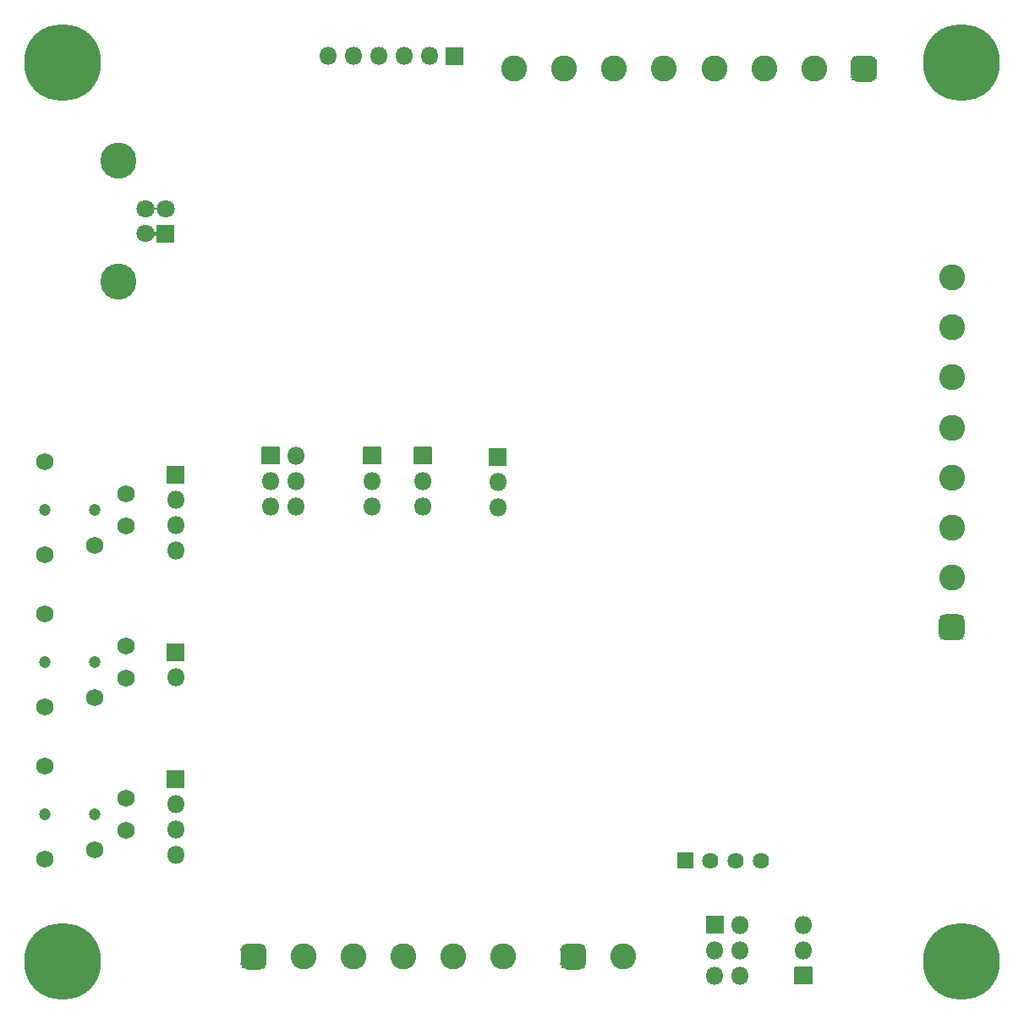
<source format=gbr>
G04 #@! TF.GenerationSoftware,KiCad,Pcbnew,5.1.8*
G04 #@! TF.CreationDate,2020-11-23T23:25:56+02:00*
G04 #@! TF.ProjectId,catahack,63617461-6861-4636-9b2e-6b696361645f,0*
G04 #@! TF.SameCoordinates,Original*
G04 #@! TF.FileFunction,Soldermask,Bot*
G04 #@! TF.FilePolarity,Negative*
%FSLAX46Y46*%
G04 Gerber Fmt 4.6, Leading zero omitted, Abs format (unit mm)*
G04 Created by KiCad (PCBNEW 5.1.8) date 2020-11-23 23:25:56*
%MOMM*%
%LPD*%
G01*
G04 APERTURE LIST*
%ADD10C,2.602000*%
%ADD11C,7.702000*%
%ADD12O,1.802000X1.802000*%
%ADD13C,1.626000*%
%ADD14C,1.202000*%
%ADD15C,1.752000*%
%ADD16C,1.802000*%
%ADD17C,3.602000*%
%ADD18C,0.100000*%
G04 APERTURE END LIST*
G36*
G01*
X47794000Y-130190500D02*
X47794000Y-128889500D01*
G75*
G02*
X48444500Y-128239000I650500J0D01*
G01*
X49745500Y-128239000D01*
G75*
G02*
X50396000Y-128889500I0J-650500D01*
G01*
X50396000Y-130190500D01*
G75*
G02*
X49745500Y-130841000I-650500J0D01*
G01*
X48444500Y-130841000D01*
G75*
G02*
X47794000Y-130190500I0J650500D01*
G01*
G37*
D10*
X54095000Y-129540000D03*
X59095000Y-129540000D03*
X64095000Y-129540000D03*
X69095000Y-129540000D03*
X74095000Y-129540000D03*
D11*
X120000000Y-130000000D03*
X120000000Y-40000000D03*
X30000000Y-130000000D03*
X30000000Y-40000000D03*
G36*
G01*
X49899000Y-80225000D02*
X49899000Y-78525000D01*
G75*
G02*
X49950000Y-78474000I51000J0D01*
G01*
X51650000Y-78474000D01*
G75*
G02*
X51701000Y-78525000I0J-51000D01*
G01*
X51701000Y-80225000D01*
G75*
G02*
X51650000Y-80276000I-51000J0D01*
G01*
X49950000Y-80276000D01*
G75*
G02*
X49899000Y-80225000I0J51000D01*
G01*
G37*
D12*
X53340000Y-79375000D03*
X50800000Y-81915000D03*
X53340000Y-81915000D03*
X50800000Y-84455000D03*
X53340000Y-84455000D03*
G36*
G01*
X91502000Y-120687000D02*
X91502000Y-119163000D01*
G75*
G02*
X91553000Y-119112000I51000J0D01*
G01*
X93077000Y-119112000D01*
G75*
G02*
X93128000Y-119163000I0J-51000D01*
G01*
X93128000Y-120687000D01*
G75*
G02*
X93077000Y-120738000I-51000J0D01*
G01*
X91553000Y-120738000D01*
G75*
G02*
X91502000Y-120687000I0J51000D01*
G01*
G37*
D13*
X94855000Y-119925000D03*
X97395000Y-119925000D03*
X99935000Y-119925000D03*
G36*
G01*
X65139000Y-80225000D02*
X65139000Y-78525000D01*
G75*
G02*
X65190000Y-78474000I51000J0D01*
G01*
X66890000Y-78474000D01*
G75*
G02*
X66941000Y-78525000I0J-51000D01*
G01*
X66941000Y-80225000D01*
G75*
G02*
X66890000Y-80276000I-51000J0D01*
G01*
X65190000Y-80276000D01*
G75*
G02*
X65139000Y-80225000I0J51000D01*
G01*
G37*
D12*
X66040000Y-81915000D03*
X66040000Y-84455000D03*
X41275000Y-101600000D03*
G36*
G01*
X40374000Y-99910000D02*
X40374000Y-98210000D01*
G75*
G02*
X40425000Y-98159000I51000J0D01*
G01*
X42125000Y-98159000D01*
G75*
G02*
X42176000Y-98210000I0J-51000D01*
G01*
X42176000Y-99910000D01*
G75*
G02*
X42125000Y-99961000I-51000J0D01*
G01*
X40425000Y-99961000D01*
G75*
G02*
X40374000Y-99910000I0J51000D01*
G01*
G37*
X41275000Y-88900000D03*
X41275000Y-86360000D03*
X41275000Y-83820000D03*
G36*
G01*
X40374000Y-82130000D02*
X40374000Y-80430000D01*
G75*
G02*
X40425000Y-80379000I51000J0D01*
G01*
X42125000Y-80379000D01*
G75*
G02*
X42176000Y-80430000I0J-51000D01*
G01*
X42176000Y-82130000D01*
G75*
G02*
X42125000Y-82181000I-51000J0D01*
G01*
X40425000Y-82181000D01*
G75*
G02*
X40374000Y-82130000I0J51000D01*
G01*
G37*
G36*
G01*
X40374000Y-112610000D02*
X40374000Y-110910000D01*
G75*
G02*
X40425000Y-110859000I51000J0D01*
G01*
X42125000Y-110859000D01*
G75*
G02*
X42176000Y-110910000I0J-51000D01*
G01*
X42176000Y-112610000D01*
G75*
G02*
X42125000Y-112661000I-51000J0D01*
G01*
X40425000Y-112661000D01*
G75*
G02*
X40374000Y-112610000I0J51000D01*
G01*
G37*
X41275000Y-114300000D03*
X41275000Y-116840000D03*
X41275000Y-119380000D03*
G36*
G01*
X79799000Y-130190500D02*
X79799000Y-128889500D01*
G75*
G02*
X80449500Y-128239000I650500J0D01*
G01*
X81750500Y-128239000D01*
G75*
G02*
X82401000Y-128889500I0J-650500D01*
G01*
X82401000Y-130190500D01*
G75*
G02*
X81750500Y-130841000I-650500J0D01*
G01*
X80449500Y-130841000D01*
G75*
G02*
X79799000Y-130190500I0J650500D01*
G01*
G37*
D10*
X86100000Y-129540000D03*
D12*
X73533000Y-84582000D03*
X73533000Y-82042000D03*
G36*
G01*
X72632000Y-80352000D02*
X72632000Y-78652000D01*
G75*
G02*
X72683000Y-78601000I51000J0D01*
G01*
X74383000Y-78601000D01*
G75*
G02*
X74434000Y-78652000I0J-51000D01*
G01*
X74434000Y-80352000D01*
G75*
G02*
X74383000Y-80403000I-51000J0D01*
G01*
X72683000Y-80403000D01*
G75*
G02*
X72632000Y-80352000I0J51000D01*
G01*
G37*
G36*
G01*
X68365000Y-38469000D02*
X70065000Y-38469000D01*
G75*
G02*
X70116000Y-38520000I0J-51000D01*
G01*
X70116000Y-40220000D01*
G75*
G02*
X70065000Y-40271000I-51000J0D01*
G01*
X68365000Y-40271000D01*
G75*
G02*
X68314000Y-40220000I0J51000D01*
G01*
X68314000Y-38520000D01*
G75*
G02*
X68365000Y-38469000I51000J0D01*
G01*
G37*
X66675000Y-39370000D03*
X64135000Y-39370000D03*
X61595000Y-39370000D03*
X59055000Y-39370000D03*
X56515000Y-39370000D03*
G36*
G01*
X105041000Y-130595000D02*
X105041000Y-132295000D01*
G75*
G02*
X104990000Y-132346000I-51000J0D01*
G01*
X103290000Y-132346000D01*
G75*
G02*
X103239000Y-132295000I0J51000D01*
G01*
X103239000Y-130595000D01*
G75*
G02*
X103290000Y-130544000I51000J0D01*
G01*
X104990000Y-130544000D01*
G75*
G02*
X105041000Y-130595000I0J-51000D01*
G01*
G37*
X104140000Y-128905000D03*
X104140000Y-126365000D03*
D10*
X75210000Y-40640000D03*
X80210000Y-40640000D03*
X85210000Y-40640000D03*
X90210000Y-40640000D03*
X95210000Y-40640000D03*
X100210000Y-40640000D03*
X105210000Y-40640000D03*
G36*
G01*
X111511000Y-39989500D02*
X111511000Y-41290500D01*
G75*
G02*
X110860500Y-41941000I-650500J0D01*
G01*
X109559500Y-41941000D01*
G75*
G02*
X108909000Y-41290500I0J650500D01*
G01*
X108909000Y-39989500D01*
G75*
G02*
X109559500Y-39339000I650500J0D01*
G01*
X110860500Y-39339000D01*
G75*
G02*
X111511000Y-39989500I0J-650500D01*
G01*
G37*
G36*
G01*
X119650500Y-97866000D02*
X118349500Y-97866000D01*
G75*
G02*
X117699000Y-97215500I0J650500D01*
G01*
X117699000Y-95914500D01*
G75*
G02*
X118349500Y-95264000I650500J0D01*
G01*
X119650500Y-95264000D01*
G75*
G02*
X120301000Y-95914500I0J-650500D01*
G01*
X120301000Y-97215500D01*
G75*
G02*
X119650500Y-97866000I-650500J0D01*
G01*
G37*
X119000000Y-91565000D03*
X119000000Y-86565000D03*
X119000000Y-81565000D03*
X119000000Y-76565000D03*
X119000000Y-71565000D03*
X119000000Y-66565000D03*
X119000000Y-61565000D03*
D12*
X97820000Y-131445000D03*
X95280000Y-131445000D03*
X97820000Y-128905000D03*
X95280000Y-128905000D03*
X97820000Y-126365000D03*
G36*
G01*
X94379000Y-127215000D02*
X94379000Y-125515000D01*
G75*
G02*
X94430000Y-125464000I51000J0D01*
G01*
X96130000Y-125464000D01*
G75*
G02*
X96181000Y-125515000I0J-51000D01*
G01*
X96181000Y-127215000D01*
G75*
G02*
X96130000Y-127266000I-51000J0D01*
G01*
X94430000Y-127266000D01*
G75*
G02*
X94379000Y-127215000I0J51000D01*
G01*
G37*
D14*
X33194000Y-84810000D03*
X28194000Y-84810000D03*
D15*
X36294000Y-86410000D03*
X28194000Y-89310000D03*
X36294000Y-83210000D03*
X33194000Y-88410000D03*
X28194000Y-80010000D03*
D14*
X33194000Y-100050000D03*
X28194000Y-100050000D03*
D15*
X36294000Y-101650000D03*
X28194000Y-104550000D03*
X36294000Y-98450000D03*
X33194000Y-103650000D03*
X28194000Y-95250000D03*
D14*
X33194000Y-115290000D03*
X28194000Y-115290000D03*
D15*
X36294000Y-116890000D03*
X28194000Y-119790000D03*
X36294000Y-113690000D03*
X33194000Y-118890000D03*
X28194000Y-110490000D03*
G36*
G01*
X41160000Y-56300000D02*
X41160000Y-58000000D01*
G75*
G02*
X41109000Y-58051000I-51000J0D01*
G01*
X39409000Y-58051000D01*
G75*
G02*
X39358000Y-58000000I0J51000D01*
G01*
X39358000Y-56300000D01*
G75*
G02*
X39409000Y-56249000I51000J0D01*
G01*
X41109000Y-56249000D01*
G75*
G02*
X41160000Y-56300000I0J-51000D01*
G01*
G37*
D16*
X40259000Y-54650000D03*
X38259000Y-54650000D03*
X38259000Y-57150000D03*
D17*
X35549000Y-61920000D03*
X35549000Y-49880000D03*
G36*
G01*
X60059000Y-80225000D02*
X60059000Y-78525000D01*
G75*
G02*
X60110000Y-78474000I51000J0D01*
G01*
X61810000Y-78474000D01*
G75*
G02*
X61861000Y-78525000I0J-51000D01*
G01*
X61861000Y-80225000D01*
G75*
G02*
X61810000Y-80276000I-51000J0D01*
G01*
X60110000Y-80276000D01*
G75*
G02*
X60059000Y-80225000I0J51000D01*
G01*
G37*
D12*
X60960000Y-81915000D03*
X60960000Y-84455000D03*
D18*
G36*
X82402165Y-130188874D02*
G01*
X82403000Y-130190500D01*
X82403000Y-130246860D01*
X82402990Y-130247056D01*
X82391099Y-130367789D01*
X82391023Y-130368174D01*
X82357595Y-130478370D01*
X82357445Y-130478732D01*
X82303166Y-130580281D01*
X82302948Y-130580607D01*
X82229897Y-130669620D01*
X82229620Y-130669897D01*
X82140607Y-130742948D01*
X82140281Y-130743166D01*
X82038732Y-130797445D01*
X82038370Y-130797595D01*
X81928174Y-130831023D01*
X81927789Y-130831099D01*
X81807056Y-130842990D01*
X81806860Y-130843000D01*
X81750500Y-130843000D01*
X81748768Y-130842000D01*
X81748768Y-130840000D01*
X81750304Y-130839010D01*
X81877011Y-130826531D01*
X81998667Y-130789627D01*
X82110782Y-130729700D01*
X82209052Y-130649052D01*
X82289700Y-130550782D01*
X82349627Y-130438667D01*
X82386531Y-130317011D01*
X82399010Y-130190304D01*
X82400175Y-130188678D01*
X82402165Y-130188874D01*
G37*
G36*
X79800990Y-130190304D02*
G01*
X79813469Y-130317011D01*
X79850373Y-130438667D01*
X79910300Y-130550782D01*
X79990948Y-130649052D01*
X80089218Y-130729700D01*
X80201333Y-130789627D01*
X80322989Y-130826531D01*
X80449696Y-130839010D01*
X80451322Y-130840175D01*
X80451126Y-130842165D01*
X80449500Y-130843000D01*
X80393140Y-130843000D01*
X80392944Y-130842990D01*
X80272211Y-130831099D01*
X80271826Y-130831023D01*
X80161630Y-130797595D01*
X80161268Y-130797445D01*
X80059719Y-130743166D01*
X80059393Y-130742948D01*
X79970380Y-130669897D01*
X79970103Y-130669620D01*
X79897052Y-130580607D01*
X79896834Y-130580281D01*
X79842555Y-130478732D01*
X79842405Y-130478370D01*
X79808977Y-130368174D01*
X79808901Y-130367789D01*
X79797010Y-130247056D01*
X79797000Y-130246860D01*
X79797000Y-130190500D01*
X79798000Y-130188768D01*
X79800000Y-130188768D01*
X79800990Y-130190304D01*
G37*
G36*
X47795990Y-130190304D02*
G01*
X47808469Y-130317011D01*
X47845373Y-130438667D01*
X47905300Y-130550782D01*
X47985948Y-130649052D01*
X48084218Y-130729700D01*
X48196333Y-130789627D01*
X48317989Y-130826531D01*
X48444696Y-130839010D01*
X48446322Y-130840175D01*
X48446126Y-130842165D01*
X48444500Y-130843000D01*
X48388140Y-130843000D01*
X48387944Y-130842990D01*
X48267211Y-130831099D01*
X48266826Y-130831023D01*
X48156630Y-130797595D01*
X48156268Y-130797445D01*
X48054719Y-130743166D01*
X48054393Y-130742948D01*
X47965380Y-130669897D01*
X47965103Y-130669620D01*
X47892052Y-130580607D01*
X47891834Y-130580281D01*
X47837555Y-130478732D01*
X47837405Y-130478370D01*
X47803977Y-130368174D01*
X47803901Y-130367789D01*
X47792010Y-130247056D01*
X47792000Y-130246860D01*
X47792000Y-130190500D01*
X47793000Y-130188768D01*
X47795000Y-130188768D01*
X47795990Y-130190304D01*
G37*
G36*
X50397165Y-130188874D02*
G01*
X50398000Y-130190500D01*
X50398000Y-130246860D01*
X50397990Y-130247056D01*
X50386099Y-130367789D01*
X50386023Y-130368174D01*
X50352595Y-130478370D01*
X50352445Y-130478732D01*
X50298166Y-130580281D01*
X50297948Y-130580607D01*
X50224897Y-130669620D01*
X50224620Y-130669897D01*
X50135607Y-130742948D01*
X50135281Y-130743166D01*
X50033732Y-130797445D01*
X50033370Y-130797595D01*
X49923174Y-130831023D01*
X49922789Y-130831099D01*
X49802056Y-130842990D01*
X49801860Y-130843000D01*
X49745500Y-130843000D01*
X49743768Y-130842000D01*
X49743768Y-130840000D01*
X49745304Y-130839010D01*
X49872011Y-130826531D01*
X49993667Y-130789627D01*
X50105782Y-130729700D01*
X50204052Y-130649052D01*
X50284700Y-130550782D01*
X50344627Y-130438667D01*
X50381531Y-130317011D01*
X50394010Y-130190304D01*
X50395175Y-130188678D01*
X50397165Y-130188874D01*
G37*
G36*
X48446232Y-128238000D02*
G01*
X48446232Y-128240000D01*
X48444696Y-128240990D01*
X48317989Y-128253469D01*
X48196333Y-128290373D01*
X48084218Y-128350300D01*
X47985948Y-128430948D01*
X47905300Y-128529218D01*
X47845373Y-128641333D01*
X47808469Y-128762989D01*
X47795990Y-128889696D01*
X47794825Y-128891322D01*
X47792835Y-128891126D01*
X47792000Y-128889500D01*
X47792000Y-128833140D01*
X47792010Y-128832944D01*
X47803901Y-128712211D01*
X47803977Y-128711826D01*
X47837405Y-128601630D01*
X47837555Y-128601268D01*
X47891834Y-128499719D01*
X47892052Y-128499393D01*
X47965103Y-128410380D01*
X47965380Y-128410103D01*
X48054393Y-128337052D01*
X48054719Y-128336834D01*
X48156268Y-128282555D01*
X48156630Y-128282405D01*
X48266826Y-128248977D01*
X48267211Y-128248901D01*
X48387944Y-128237010D01*
X48388140Y-128237000D01*
X48444500Y-128237000D01*
X48446232Y-128238000D01*
G37*
G36*
X80451232Y-128238000D02*
G01*
X80451232Y-128240000D01*
X80449696Y-128240990D01*
X80322989Y-128253469D01*
X80201333Y-128290373D01*
X80089218Y-128350300D01*
X79990948Y-128430948D01*
X79910300Y-128529218D01*
X79850373Y-128641333D01*
X79813469Y-128762989D01*
X79800990Y-128889696D01*
X79799825Y-128891322D01*
X79797835Y-128891126D01*
X79797000Y-128889500D01*
X79797000Y-128833140D01*
X79797010Y-128832944D01*
X79808901Y-128712211D01*
X79808977Y-128711826D01*
X79842405Y-128601630D01*
X79842555Y-128601268D01*
X79896834Y-128499719D01*
X79897052Y-128499393D01*
X79970103Y-128410380D01*
X79970380Y-128410103D01*
X80059393Y-128337052D01*
X80059719Y-128336834D01*
X80161268Y-128282555D01*
X80161630Y-128282405D01*
X80271826Y-128248977D01*
X80272211Y-128248901D01*
X80392944Y-128237010D01*
X80393140Y-128237000D01*
X80449500Y-128237000D01*
X80451232Y-128238000D01*
G37*
G36*
X81807056Y-128237010D02*
G01*
X81927789Y-128248901D01*
X81928174Y-128248977D01*
X82038370Y-128282405D01*
X82038732Y-128282555D01*
X82140281Y-128336834D01*
X82140607Y-128337052D01*
X82229620Y-128410103D01*
X82229897Y-128410380D01*
X82302948Y-128499393D01*
X82303166Y-128499719D01*
X82357445Y-128601268D01*
X82357595Y-128601630D01*
X82391023Y-128711826D01*
X82391099Y-128712211D01*
X82402990Y-128832944D01*
X82403000Y-128833140D01*
X82403000Y-128889500D01*
X82402000Y-128891232D01*
X82400000Y-128891232D01*
X82399010Y-128889696D01*
X82386531Y-128762989D01*
X82349627Y-128641333D01*
X82289700Y-128529218D01*
X82209052Y-128430948D01*
X82110782Y-128350300D01*
X81998667Y-128290373D01*
X81877011Y-128253469D01*
X81750304Y-128240990D01*
X81748678Y-128239825D01*
X81748874Y-128237835D01*
X81750500Y-128237000D01*
X81806860Y-128237000D01*
X81807056Y-128237010D01*
G37*
G36*
X49802056Y-128237010D02*
G01*
X49922789Y-128248901D01*
X49923174Y-128248977D01*
X50033370Y-128282405D01*
X50033732Y-128282555D01*
X50135281Y-128336834D01*
X50135607Y-128337052D01*
X50224620Y-128410103D01*
X50224897Y-128410380D01*
X50297948Y-128499393D01*
X50298166Y-128499719D01*
X50352445Y-128601268D01*
X50352595Y-128601630D01*
X50386023Y-128711826D01*
X50386099Y-128712211D01*
X50397990Y-128832944D01*
X50398000Y-128833140D01*
X50398000Y-128889500D01*
X50397000Y-128891232D01*
X50395000Y-128891232D01*
X50394010Y-128889696D01*
X50381531Y-128762989D01*
X50344627Y-128641333D01*
X50284700Y-128529218D01*
X50204052Y-128430948D01*
X50105782Y-128350300D01*
X49993667Y-128290373D01*
X49872011Y-128253469D01*
X49745304Y-128240990D01*
X49743678Y-128239825D01*
X49743874Y-128237835D01*
X49745500Y-128237000D01*
X49801860Y-128237000D01*
X49802056Y-128237010D01*
G37*
G36*
X120302165Y-97213874D02*
G01*
X120303000Y-97215500D01*
X120303000Y-97271860D01*
X120302990Y-97272056D01*
X120291099Y-97392789D01*
X120291023Y-97393174D01*
X120257595Y-97503370D01*
X120257445Y-97503732D01*
X120203166Y-97605281D01*
X120202948Y-97605607D01*
X120129897Y-97694620D01*
X120129620Y-97694897D01*
X120040607Y-97767948D01*
X120040281Y-97768166D01*
X119938732Y-97822445D01*
X119938370Y-97822595D01*
X119828174Y-97856023D01*
X119827789Y-97856099D01*
X119707056Y-97867990D01*
X119706860Y-97868000D01*
X119650500Y-97868000D01*
X119648768Y-97867000D01*
X119648768Y-97865000D01*
X119650304Y-97864010D01*
X119777011Y-97851531D01*
X119898667Y-97814627D01*
X120010782Y-97754700D01*
X120109052Y-97674052D01*
X120189700Y-97575782D01*
X120249627Y-97463667D01*
X120286531Y-97342011D01*
X120299010Y-97215304D01*
X120300175Y-97213678D01*
X120302165Y-97213874D01*
G37*
G36*
X117700990Y-97215304D02*
G01*
X117713469Y-97342011D01*
X117750373Y-97463667D01*
X117810300Y-97575782D01*
X117890948Y-97674052D01*
X117989218Y-97754700D01*
X118101333Y-97814627D01*
X118222989Y-97851531D01*
X118349696Y-97864010D01*
X118351322Y-97865175D01*
X118351126Y-97867165D01*
X118349500Y-97868000D01*
X118293140Y-97868000D01*
X118292944Y-97867990D01*
X118172211Y-97856099D01*
X118171826Y-97856023D01*
X118061630Y-97822595D01*
X118061268Y-97822445D01*
X117959719Y-97768166D01*
X117959393Y-97767948D01*
X117870380Y-97694897D01*
X117870103Y-97694620D01*
X117797052Y-97605607D01*
X117796834Y-97605281D01*
X117742555Y-97503732D01*
X117742405Y-97503370D01*
X117708977Y-97393174D01*
X117708901Y-97392789D01*
X117697010Y-97272056D01*
X117697000Y-97271860D01*
X117697000Y-97215500D01*
X117698000Y-97213768D01*
X117700000Y-97213768D01*
X117700990Y-97215304D01*
G37*
G36*
X118351232Y-95263000D02*
G01*
X118351232Y-95265000D01*
X118349696Y-95265990D01*
X118222989Y-95278469D01*
X118101333Y-95315373D01*
X117989218Y-95375300D01*
X117890948Y-95455948D01*
X117810300Y-95554218D01*
X117750373Y-95666333D01*
X117713469Y-95787989D01*
X117700990Y-95914696D01*
X117699825Y-95916322D01*
X117697835Y-95916126D01*
X117697000Y-95914500D01*
X117697000Y-95858140D01*
X117697010Y-95857944D01*
X117708901Y-95737211D01*
X117708977Y-95736826D01*
X117742405Y-95626630D01*
X117742555Y-95626268D01*
X117796834Y-95524719D01*
X117797052Y-95524393D01*
X117870103Y-95435380D01*
X117870380Y-95435103D01*
X117959393Y-95362052D01*
X117959719Y-95361834D01*
X118061268Y-95307555D01*
X118061630Y-95307405D01*
X118171826Y-95273977D01*
X118172211Y-95273901D01*
X118292944Y-95262010D01*
X118293140Y-95262000D01*
X118349500Y-95262000D01*
X118351232Y-95263000D01*
G37*
G36*
X119707056Y-95262010D02*
G01*
X119827789Y-95273901D01*
X119828174Y-95273977D01*
X119938370Y-95307405D01*
X119938732Y-95307555D01*
X120040281Y-95361834D01*
X120040607Y-95362052D01*
X120129620Y-95435103D01*
X120129897Y-95435380D01*
X120202948Y-95524393D01*
X120203166Y-95524719D01*
X120257445Y-95626268D01*
X120257595Y-95626630D01*
X120291023Y-95736826D01*
X120291099Y-95737211D01*
X120302990Y-95857944D01*
X120303000Y-95858140D01*
X120303000Y-95914500D01*
X120302000Y-95916232D01*
X120300000Y-95916232D01*
X120299010Y-95914696D01*
X120286531Y-95787989D01*
X120249627Y-95666333D01*
X120189700Y-95554218D01*
X120109052Y-95455948D01*
X120010782Y-95375300D01*
X119898667Y-95315373D01*
X119777011Y-95278469D01*
X119650304Y-95265990D01*
X119648678Y-95264825D01*
X119648874Y-95262835D01*
X119650500Y-95262000D01*
X119706860Y-95262000D01*
X119707056Y-95262010D01*
G37*
G36*
X39359165Y-56831665D02*
G01*
X39360000Y-56833291D01*
X39360000Y-57466709D01*
X39359000Y-57468441D01*
X39357000Y-57468441D01*
X39356010Y-57466905D01*
X39353628Y-57442718D01*
X39346628Y-57419643D01*
X39335263Y-57398379D01*
X39319968Y-57379742D01*
X39301331Y-57364447D01*
X39280067Y-57353082D01*
X39256992Y-57346082D01*
X39233001Y-57343719D01*
X39209010Y-57346082D01*
X39185935Y-57353082D01*
X39164671Y-57364447D01*
X39146034Y-57379742D01*
X39130739Y-57398379D01*
X39122172Y-57414408D01*
X39120473Y-57415464D01*
X39118710Y-57414521D01*
X39118560Y-57412700D01*
X39119279Y-57410964D01*
X39153661Y-57238114D01*
X39153661Y-57061886D01*
X39119279Y-56889036D01*
X39118560Y-56887300D01*
X39118821Y-56885318D01*
X39120669Y-56884552D01*
X39122172Y-56885592D01*
X39130739Y-56901621D01*
X39146035Y-56920258D01*
X39164672Y-56935553D01*
X39185935Y-56946918D01*
X39209010Y-56953918D01*
X39233001Y-56956281D01*
X39256992Y-56953918D01*
X39280067Y-56946918D01*
X39301331Y-56935553D01*
X39319968Y-56920257D01*
X39335263Y-56901620D01*
X39346628Y-56880357D01*
X39353628Y-56857282D01*
X39356010Y-56833095D01*
X39357175Y-56831469D01*
X39359165Y-56831665D01*
G37*
G36*
X39381277Y-54472453D02*
G01*
X39381779Y-54474210D01*
X39364339Y-54561886D01*
X39364339Y-54738114D01*
X39381779Y-54825790D01*
X39381136Y-54827684D01*
X39379174Y-54828074D01*
X39377903Y-54826761D01*
X39372627Y-54809369D01*
X39361262Y-54788105D01*
X39345967Y-54769468D01*
X39327330Y-54754173D01*
X39306066Y-54742808D01*
X39282991Y-54735808D01*
X39259000Y-54733445D01*
X39235009Y-54735808D01*
X39211934Y-54742808D01*
X39190670Y-54754173D01*
X39172033Y-54769468D01*
X39156738Y-54788105D01*
X39145373Y-54809369D01*
X39140097Y-54826761D01*
X39138637Y-54828128D01*
X39136723Y-54827547D01*
X39136221Y-54825790D01*
X39153661Y-54738114D01*
X39153661Y-54561886D01*
X39136221Y-54474210D01*
X39136864Y-54472316D01*
X39138826Y-54471926D01*
X39140097Y-54473239D01*
X39145373Y-54490631D01*
X39156738Y-54511895D01*
X39172033Y-54530532D01*
X39190670Y-54545827D01*
X39211934Y-54557192D01*
X39235009Y-54564192D01*
X39259000Y-54566555D01*
X39282991Y-54564192D01*
X39306066Y-54557192D01*
X39327330Y-54545827D01*
X39345967Y-54530532D01*
X39361262Y-54511895D01*
X39372627Y-54490631D01*
X39377903Y-54473239D01*
X39379363Y-54471872D01*
X39381277Y-54472453D01*
G37*
G36*
X111512165Y-41288874D02*
G01*
X111513000Y-41290500D01*
X111513000Y-41346860D01*
X111512990Y-41347056D01*
X111501099Y-41467789D01*
X111501023Y-41468174D01*
X111467595Y-41578370D01*
X111467445Y-41578732D01*
X111413166Y-41680281D01*
X111412948Y-41680607D01*
X111339897Y-41769620D01*
X111339620Y-41769897D01*
X111250607Y-41842948D01*
X111250281Y-41843166D01*
X111148732Y-41897445D01*
X111148370Y-41897595D01*
X111038174Y-41931023D01*
X111037789Y-41931099D01*
X110917056Y-41942990D01*
X110916860Y-41943000D01*
X110860500Y-41943000D01*
X110858768Y-41942000D01*
X110858768Y-41940000D01*
X110860304Y-41939010D01*
X110987011Y-41926531D01*
X111108667Y-41889627D01*
X111220782Y-41829700D01*
X111319052Y-41749052D01*
X111399700Y-41650782D01*
X111459627Y-41538667D01*
X111496531Y-41417011D01*
X111509010Y-41290304D01*
X111510175Y-41288678D01*
X111512165Y-41288874D01*
G37*
G36*
X108910990Y-41290304D02*
G01*
X108923469Y-41417011D01*
X108960373Y-41538667D01*
X109020300Y-41650782D01*
X109100948Y-41749052D01*
X109199218Y-41829700D01*
X109311333Y-41889627D01*
X109432989Y-41926531D01*
X109559696Y-41939010D01*
X109561322Y-41940175D01*
X109561126Y-41942165D01*
X109559500Y-41943000D01*
X109503140Y-41943000D01*
X109502944Y-41942990D01*
X109382211Y-41931099D01*
X109381826Y-41931023D01*
X109271630Y-41897595D01*
X109271268Y-41897445D01*
X109169719Y-41843166D01*
X109169393Y-41842948D01*
X109080380Y-41769897D01*
X109080103Y-41769620D01*
X109007052Y-41680607D01*
X109006834Y-41680281D01*
X108952555Y-41578732D01*
X108952405Y-41578370D01*
X108918977Y-41468174D01*
X108918901Y-41467789D01*
X108907010Y-41347056D01*
X108907000Y-41346860D01*
X108907000Y-41290500D01*
X108908000Y-41288768D01*
X108910000Y-41288768D01*
X108910990Y-41290304D01*
G37*
G36*
X109561232Y-39338000D02*
G01*
X109561232Y-39340000D01*
X109559696Y-39340990D01*
X109432989Y-39353469D01*
X109311333Y-39390373D01*
X109199218Y-39450300D01*
X109100948Y-39530948D01*
X109020300Y-39629218D01*
X108960373Y-39741333D01*
X108923469Y-39862989D01*
X108910990Y-39989696D01*
X108909825Y-39991322D01*
X108907835Y-39991126D01*
X108907000Y-39989500D01*
X108907000Y-39933140D01*
X108907010Y-39932944D01*
X108918901Y-39812211D01*
X108918977Y-39811826D01*
X108952405Y-39701630D01*
X108952555Y-39701268D01*
X109006834Y-39599719D01*
X109007052Y-39599393D01*
X109080103Y-39510380D01*
X109080380Y-39510103D01*
X109169393Y-39437052D01*
X109169719Y-39436834D01*
X109271268Y-39382555D01*
X109271630Y-39382405D01*
X109381826Y-39348977D01*
X109382211Y-39348901D01*
X109502944Y-39337010D01*
X109503140Y-39337000D01*
X109559500Y-39337000D01*
X109561232Y-39338000D01*
G37*
G36*
X110917056Y-39337010D02*
G01*
X111037789Y-39348901D01*
X111038174Y-39348977D01*
X111148370Y-39382405D01*
X111148732Y-39382555D01*
X111250281Y-39436834D01*
X111250607Y-39437052D01*
X111339620Y-39510103D01*
X111339897Y-39510380D01*
X111412948Y-39599393D01*
X111413166Y-39599719D01*
X111467445Y-39701268D01*
X111467595Y-39701630D01*
X111501023Y-39811826D01*
X111501099Y-39812211D01*
X111512990Y-39932944D01*
X111513000Y-39933140D01*
X111513000Y-39989500D01*
X111512000Y-39991232D01*
X111510000Y-39991232D01*
X111509010Y-39989696D01*
X111496531Y-39862989D01*
X111459627Y-39741333D01*
X111399700Y-39629218D01*
X111319052Y-39530948D01*
X111220782Y-39450300D01*
X111108667Y-39390373D01*
X110987011Y-39353469D01*
X110860304Y-39340990D01*
X110858678Y-39339825D01*
X110858874Y-39337835D01*
X110860500Y-39337000D01*
X110916860Y-39337000D01*
X110917056Y-39337010D01*
G37*
M02*

</source>
